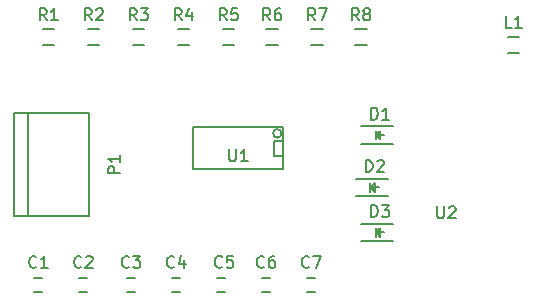
<source format=gto>
G04 #@! TF.FileFunction,Legend,Top*
%FSLAX46Y46*%
G04 Gerber Fmt 4.6, Leading zero omitted, Abs format (unit mm)*
G04 Created by KiCad (PCBNEW 4.0.0-rc1-stable) date 12/2/2015 11:11:47 PM*
%MOMM*%
G01*
G04 APERTURE LIST*
%ADD10C,0.100000*%
%ADD11C,0.150000*%
G04 APERTURE END LIST*
D10*
D11*
X128440000Y-124495000D02*
X129140000Y-124495000D01*
X129140000Y-125695000D02*
X128440000Y-125695000D01*
X132250000Y-124495000D02*
X132950000Y-124495000D01*
X132950000Y-125695000D02*
X132250000Y-125695000D01*
X136290000Y-124495000D02*
X136990000Y-124495000D01*
X136990000Y-125695000D02*
X136290000Y-125695000D01*
X140100000Y-124495000D02*
X140800000Y-124495000D01*
X140800000Y-125695000D02*
X140100000Y-125695000D01*
X143910000Y-124495000D02*
X144610000Y-124495000D01*
X144610000Y-125695000D02*
X143910000Y-125695000D01*
X147720000Y-124495000D02*
X148420000Y-124495000D01*
X148420000Y-125695000D02*
X147720000Y-125695000D01*
X151530000Y-124495000D02*
X152230000Y-124495000D01*
X152230000Y-125695000D02*
X151530000Y-125695000D01*
X156100980Y-113145000D02*
X158800980Y-113145000D01*
X156100980Y-111645000D02*
X158800980Y-111645000D01*
X157600980Y-112545000D02*
X157600980Y-112295000D01*
X157600980Y-112295000D02*
X157450980Y-112445000D01*
X157350980Y-112045000D02*
X157350980Y-112745000D01*
X157700980Y-112395000D02*
X158050980Y-112395000D01*
X157350980Y-112395000D02*
X157700980Y-112045000D01*
X157700980Y-112045000D02*
X157700980Y-112745000D01*
X157700980Y-112745000D02*
X157350980Y-112395000D01*
X155659020Y-117590000D02*
X158359020Y-117590000D01*
X155659020Y-116090000D02*
X158359020Y-116090000D01*
X157159020Y-116990000D02*
X157159020Y-116740000D01*
X157159020Y-116740000D02*
X157009020Y-116890000D01*
X156909020Y-116490000D02*
X156909020Y-117190000D01*
X157259020Y-116840000D02*
X157609020Y-116840000D01*
X156909020Y-116840000D02*
X157259020Y-116490000D01*
X157259020Y-116490000D02*
X157259020Y-117190000D01*
X157259020Y-117190000D02*
X156909020Y-116840000D01*
X156100980Y-121400000D02*
X158800980Y-121400000D01*
X156100980Y-119900000D02*
X158800980Y-119900000D01*
X157600980Y-120800000D02*
X157600980Y-120550000D01*
X157600980Y-120550000D02*
X157450980Y-120700000D01*
X157350980Y-120300000D02*
X157350980Y-121000000D01*
X157700980Y-120650000D02*
X158050980Y-120650000D01*
X157350980Y-120650000D02*
X157700980Y-120300000D01*
X157700980Y-120300000D02*
X157700980Y-121000000D01*
X157700980Y-121000000D02*
X157350980Y-120650000D01*
X169525000Y-105450000D02*
X168525000Y-105450000D01*
X168525000Y-104100000D02*
X169525000Y-104100000D01*
X126700000Y-110545000D02*
X126700000Y-119245000D01*
X133105000Y-110545000D02*
X133105000Y-119245000D01*
X133105000Y-119245000D02*
X126700000Y-119245000D01*
X127930000Y-119245000D02*
X127930000Y-110545000D01*
X126700000Y-110545000D02*
X133105000Y-110545000D01*
X130155000Y-104815000D02*
X129155000Y-104815000D01*
X129155000Y-103465000D02*
X130155000Y-103465000D01*
X133965000Y-104815000D02*
X132965000Y-104815000D01*
X132965000Y-103465000D02*
X133965000Y-103465000D01*
X137775000Y-104815000D02*
X136775000Y-104815000D01*
X136775000Y-103465000D02*
X137775000Y-103465000D01*
X141585000Y-104815000D02*
X140585000Y-104815000D01*
X140585000Y-103465000D02*
X141585000Y-103465000D01*
X145395000Y-104815000D02*
X144395000Y-104815000D01*
X144395000Y-103465000D02*
X145395000Y-103465000D01*
X149090000Y-104815000D02*
X148090000Y-104815000D01*
X148090000Y-103465000D02*
X149090000Y-103465000D01*
X152900000Y-104815000D02*
X151900000Y-104815000D01*
X151900000Y-103465000D02*
X152900000Y-103465000D01*
X156595000Y-104815000D02*
X155595000Y-104815000D01*
X155595000Y-103465000D02*
X156595000Y-103465000D01*
X141909800Y-115316000D02*
X149529800Y-115316000D01*
X149529800Y-111760000D02*
X141909800Y-111760000D01*
X141909800Y-115316000D02*
X141909800Y-111760000D01*
X149529800Y-111760000D02*
X149529800Y-115316000D01*
X149381010Y-112268000D02*
G75*
G03X149381010Y-112268000I-359210J0D01*
G01*
X149529800Y-114173000D02*
X148767800Y-114173000D01*
X148767800Y-114173000D02*
X148767800Y-112903000D01*
X148767800Y-112903000D02*
X149529800Y-112903000D01*
X128623334Y-123552143D02*
X128575715Y-123599762D01*
X128432858Y-123647381D01*
X128337620Y-123647381D01*
X128194762Y-123599762D01*
X128099524Y-123504524D01*
X128051905Y-123409286D01*
X128004286Y-123218810D01*
X128004286Y-123075952D01*
X128051905Y-122885476D01*
X128099524Y-122790238D01*
X128194762Y-122695000D01*
X128337620Y-122647381D01*
X128432858Y-122647381D01*
X128575715Y-122695000D01*
X128623334Y-122742619D01*
X129575715Y-123647381D02*
X129004286Y-123647381D01*
X129290000Y-123647381D02*
X129290000Y-122647381D01*
X129194762Y-122790238D01*
X129099524Y-122885476D01*
X129004286Y-122933095D01*
X132433334Y-123552143D02*
X132385715Y-123599762D01*
X132242858Y-123647381D01*
X132147620Y-123647381D01*
X132004762Y-123599762D01*
X131909524Y-123504524D01*
X131861905Y-123409286D01*
X131814286Y-123218810D01*
X131814286Y-123075952D01*
X131861905Y-122885476D01*
X131909524Y-122790238D01*
X132004762Y-122695000D01*
X132147620Y-122647381D01*
X132242858Y-122647381D01*
X132385715Y-122695000D01*
X132433334Y-122742619D01*
X132814286Y-122742619D02*
X132861905Y-122695000D01*
X132957143Y-122647381D01*
X133195239Y-122647381D01*
X133290477Y-122695000D01*
X133338096Y-122742619D01*
X133385715Y-122837857D01*
X133385715Y-122933095D01*
X133338096Y-123075952D01*
X132766667Y-123647381D01*
X133385715Y-123647381D01*
X136473334Y-123552143D02*
X136425715Y-123599762D01*
X136282858Y-123647381D01*
X136187620Y-123647381D01*
X136044762Y-123599762D01*
X135949524Y-123504524D01*
X135901905Y-123409286D01*
X135854286Y-123218810D01*
X135854286Y-123075952D01*
X135901905Y-122885476D01*
X135949524Y-122790238D01*
X136044762Y-122695000D01*
X136187620Y-122647381D01*
X136282858Y-122647381D01*
X136425715Y-122695000D01*
X136473334Y-122742619D01*
X136806667Y-122647381D02*
X137425715Y-122647381D01*
X137092381Y-123028333D01*
X137235239Y-123028333D01*
X137330477Y-123075952D01*
X137378096Y-123123571D01*
X137425715Y-123218810D01*
X137425715Y-123456905D01*
X137378096Y-123552143D01*
X137330477Y-123599762D01*
X137235239Y-123647381D01*
X136949524Y-123647381D01*
X136854286Y-123599762D01*
X136806667Y-123552143D01*
X140283334Y-123552143D02*
X140235715Y-123599762D01*
X140092858Y-123647381D01*
X139997620Y-123647381D01*
X139854762Y-123599762D01*
X139759524Y-123504524D01*
X139711905Y-123409286D01*
X139664286Y-123218810D01*
X139664286Y-123075952D01*
X139711905Y-122885476D01*
X139759524Y-122790238D01*
X139854762Y-122695000D01*
X139997620Y-122647381D01*
X140092858Y-122647381D01*
X140235715Y-122695000D01*
X140283334Y-122742619D01*
X141140477Y-122980714D02*
X141140477Y-123647381D01*
X140902381Y-122599762D02*
X140664286Y-123314048D01*
X141283334Y-123314048D01*
X144359334Y-123547143D02*
X144311715Y-123594762D01*
X144168858Y-123642381D01*
X144073620Y-123642381D01*
X143930762Y-123594762D01*
X143835524Y-123499524D01*
X143787905Y-123404286D01*
X143740286Y-123213810D01*
X143740286Y-123070952D01*
X143787905Y-122880476D01*
X143835524Y-122785238D01*
X143930762Y-122690000D01*
X144073620Y-122642381D01*
X144168858Y-122642381D01*
X144311715Y-122690000D01*
X144359334Y-122737619D01*
X145264096Y-122642381D02*
X144787905Y-122642381D01*
X144740286Y-123118571D01*
X144787905Y-123070952D01*
X144883143Y-123023333D01*
X145121239Y-123023333D01*
X145216477Y-123070952D01*
X145264096Y-123118571D01*
X145311715Y-123213810D01*
X145311715Y-123451905D01*
X145264096Y-123547143D01*
X145216477Y-123594762D01*
X145121239Y-123642381D01*
X144883143Y-123642381D01*
X144787905Y-123594762D01*
X144740286Y-123547143D01*
X147903334Y-123552143D02*
X147855715Y-123599762D01*
X147712858Y-123647381D01*
X147617620Y-123647381D01*
X147474762Y-123599762D01*
X147379524Y-123504524D01*
X147331905Y-123409286D01*
X147284286Y-123218810D01*
X147284286Y-123075952D01*
X147331905Y-122885476D01*
X147379524Y-122790238D01*
X147474762Y-122695000D01*
X147617620Y-122647381D01*
X147712858Y-122647381D01*
X147855715Y-122695000D01*
X147903334Y-122742619D01*
X148760477Y-122647381D02*
X148570000Y-122647381D01*
X148474762Y-122695000D01*
X148427143Y-122742619D01*
X148331905Y-122885476D01*
X148284286Y-123075952D01*
X148284286Y-123456905D01*
X148331905Y-123552143D01*
X148379524Y-123599762D01*
X148474762Y-123647381D01*
X148665239Y-123647381D01*
X148760477Y-123599762D01*
X148808096Y-123552143D01*
X148855715Y-123456905D01*
X148855715Y-123218810D01*
X148808096Y-123123571D01*
X148760477Y-123075952D01*
X148665239Y-123028333D01*
X148474762Y-123028333D01*
X148379524Y-123075952D01*
X148331905Y-123123571D01*
X148284286Y-123218810D01*
X151713334Y-123552143D02*
X151665715Y-123599762D01*
X151522858Y-123647381D01*
X151427620Y-123647381D01*
X151284762Y-123599762D01*
X151189524Y-123504524D01*
X151141905Y-123409286D01*
X151094286Y-123218810D01*
X151094286Y-123075952D01*
X151141905Y-122885476D01*
X151189524Y-122790238D01*
X151284762Y-122695000D01*
X151427620Y-122647381D01*
X151522858Y-122647381D01*
X151665715Y-122695000D01*
X151713334Y-122742619D01*
X152046667Y-122647381D02*
X152713334Y-122647381D01*
X152284762Y-123647381D01*
X156962885Y-111097381D02*
X156962885Y-110097381D01*
X157200980Y-110097381D01*
X157343838Y-110145000D01*
X157439076Y-110240238D01*
X157486695Y-110335476D01*
X157534314Y-110525952D01*
X157534314Y-110668810D01*
X157486695Y-110859286D01*
X157439076Y-110954524D01*
X157343838Y-111049762D01*
X157200980Y-111097381D01*
X156962885Y-111097381D01*
X158486695Y-111097381D02*
X157915266Y-111097381D01*
X158200980Y-111097381D02*
X158200980Y-110097381D01*
X158105742Y-110240238D01*
X158010504Y-110335476D01*
X157915266Y-110383095D01*
X156520925Y-115542381D02*
X156520925Y-114542381D01*
X156759020Y-114542381D01*
X156901878Y-114590000D01*
X156997116Y-114685238D01*
X157044735Y-114780476D01*
X157092354Y-114970952D01*
X157092354Y-115113810D01*
X157044735Y-115304286D01*
X156997116Y-115399524D01*
X156901878Y-115494762D01*
X156759020Y-115542381D01*
X156520925Y-115542381D01*
X157473306Y-114637619D02*
X157520925Y-114590000D01*
X157616163Y-114542381D01*
X157854259Y-114542381D01*
X157949497Y-114590000D01*
X157997116Y-114637619D01*
X158044735Y-114732857D01*
X158044735Y-114828095D01*
X157997116Y-114970952D01*
X157425687Y-115542381D01*
X158044735Y-115542381D01*
X156962885Y-119352381D02*
X156962885Y-118352381D01*
X157200980Y-118352381D01*
X157343838Y-118400000D01*
X157439076Y-118495238D01*
X157486695Y-118590476D01*
X157534314Y-118780952D01*
X157534314Y-118923810D01*
X157486695Y-119114286D01*
X157439076Y-119209524D01*
X157343838Y-119304762D01*
X157200980Y-119352381D01*
X156962885Y-119352381D01*
X157867647Y-118352381D02*
X158486695Y-118352381D01*
X158153361Y-118733333D01*
X158296219Y-118733333D01*
X158391457Y-118780952D01*
X158439076Y-118828571D01*
X158486695Y-118923810D01*
X158486695Y-119161905D01*
X158439076Y-119257143D01*
X158391457Y-119304762D01*
X158296219Y-119352381D01*
X158010504Y-119352381D01*
X157915266Y-119304762D01*
X157867647Y-119257143D01*
X168858334Y-103327381D02*
X168382143Y-103327381D01*
X168382143Y-102327381D01*
X169715477Y-103327381D02*
X169144048Y-103327381D01*
X169429762Y-103327381D02*
X169429762Y-102327381D01*
X169334524Y-102470238D01*
X169239286Y-102565476D01*
X169144048Y-102613095D01*
X135707381Y-115633995D02*
X134707381Y-115633995D01*
X134707381Y-115253042D01*
X134755000Y-115157804D01*
X134802619Y-115110185D01*
X134897857Y-115062566D01*
X135040714Y-115062566D01*
X135135952Y-115110185D01*
X135183571Y-115157804D01*
X135231190Y-115253042D01*
X135231190Y-115633995D01*
X135707381Y-114110185D02*
X135707381Y-114681614D01*
X135707381Y-114395900D02*
X134707381Y-114395900D01*
X134850238Y-114491138D01*
X134945476Y-114586376D01*
X134993095Y-114681614D01*
X129488334Y-102692381D02*
X129155000Y-102216190D01*
X128916905Y-102692381D02*
X128916905Y-101692381D01*
X129297858Y-101692381D01*
X129393096Y-101740000D01*
X129440715Y-101787619D01*
X129488334Y-101882857D01*
X129488334Y-102025714D01*
X129440715Y-102120952D01*
X129393096Y-102168571D01*
X129297858Y-102216190D01*
X128916905Y-102216190D01*
X130440715Y-102692381D02*
X129869286Y-102692381D01*
X130155000Y-102692381D02*
X130155000Y-101692381D01*
X130059762Y-101835238D01*
X129964524Y-101930476D01*
X129869286Y-101978095D01*
X133298334Y-102692381D02*
X132965000Y-102216190D01*
X132726905Y-102692381D02*
X132726905Y-101692381D01*
X133107858Y-101692381D01*
X133203096Y-101740000D01*
X133250715Y-101787619D01*
X133298334Y-101882857D01*
X133298334Y-102025714D01*
X133250715Y-102120952D01*
X133203096Y-102168571D01*
X133107858Y-102216190D01*
X132726905Y-102216190D01*
X133679286Y-101787619D02*
X133726905Y-101740000D01*
X133822143Y-101692381D01*
X134060239Y-101692381D01*
X134155477Y-101740000D01*
X134203096Y-101787619D01*
X134250715Y-101882857D01*
X134250715Y-101978095D01*
X134203096Y-102120952D01*
X133631667Y-102692381D01*
X134250715Y-102692381D01*
X137108334Y-102692381D02*
X136775000Y-102216190D01*
X136536905Y-102692381D02*
X136536905Y-101692381D01*
X136917858Y-101692381D01*
X137013096Y-101740000D01*
X137060715Y-101787619D01*
X137108334Y-101882857D01*
X137108334Y-102025714D01*
X137060715Y-102120952D01*
X137013096Y-102168571D01*
X136917858Y-102216190D01*
X136536905Y-102216190D01*
X137441667Y-101692381D02*
X138060715Y-101692381D01*
X137727381Y-102073333D01*
X137870239Y-102073333D01*
X137965477Y-102120952D01*
X138013096Y-102168571D01*
X138060715Y-102263810D01*
X138060715Y-102501905D01*
X138013096Y-102597143D01*
X137965477Y-102644762D01*
X137870239Y-102692381D01*
X137584524Y-102692381D01*
X137489286Y-102644762D01*
X137441667Y-102597143D01*
X140918334Y-102692381D02*
X140585000Y-102216190D01*
X140346905Y-102692381D02*
X140346905Y-101692381D01*
X140727858Y-101692381D01*
X140823096Y-101740000D01*
X140870715Y-101787619D01*
X140918334Y-101882857D01*
X140918334Y-102025714D01*
X140870715Y-102120952D01*
X140823096Y-102168571D01*
X140727858Y-102216190D01*
X140346905Y-102216190D01*
X141775477Y-102025714D02*
X141775477Y-102692381D01*
X141537381Y-101644762D02*
X141299286Y-102359048D01*
X141918334Y-102359048D01*
X144728334Y-102692381D02*
X144395000Y-102216190D01*
X144156905Y-102692381D02*
X144156905Y-101692381D01*
X144537858Y-101692381D01*
X144633096Y-101740000D01*
X144680715Y-101787619D01*
X144728334Y-101882857D01*
X144728334Y-102025714D01*
X144680715Y-102120952D01*
X144633096Y-102168571D01*
X144537858Y-102216190D01*
X144156905Y-102216190D01*
X145633096Y-101692381D02*
X145156905Y-101692381D01*
X145109286Y-102168571D01*
X145156905Y-102120952D01*
X145252143Y-102073333D01*
X145490239Y-102073333D01*
X145585477Y-102120952D01*
X145633096Y-102168571D01*
X145680715Y-102263810D01*
X145680715Y-102501905D01*
X145633096Y-102597143D01*
X145585477Y-102644762D01*
X145490239Y-102692381D01*
X145252143Y-102692381D01*
X145156905Y-102644762D01*
X145109286Y-102597143D01*
X148423334Y-102692381D02*
X148090000Y-102216190D01*
X147851905Y-102692381D02*
X147851905Y-101692381D01*
X148232858Y-101692381D01*
X148328096Y-101740000D01*
X148375715Y-101787619D01*
X148423334Y-101882857D01*
X148423334Y-102025714D01*
X148375715Y-102120952D01*
X148328096Y-102168571D01*
X148232858Y-102216190D01*
X147851905Y-102216190D01*
X149280477Y-101692381D02*
X149090000Y-101692381D01*
X148994762Y-101740000D01*
X148947143Y-101787619D01*
X148851905Y-101930476D01*
X148804286Y-102120952D01*
X148804286Y-102501905D01*
X148851905Y-102597143D01*
X148899524Y-102644762D01*
X148994762Y-102692381D01*
X149185239Y-102692381D01*
X149280477Y-102644762D01*
X149328096Y-102597143D01*
X149375715Y-102501905D01*
X149375715Y-102263810D01*
X149328096Y-102168571D01*
X149280477Y-102120952D01*
X149185239Y-102073333D01*
X148994762Y-102073333D01*
X148899524Y-102120952D01*
X148851905Y-102168571D01*
X148804286Y-102263810D01*
X152233334Y-102692381D02*
X151900000Y-102216190D01*
X151661905Y-102692381D02*
X151661905Y-101692381D01*
X152042858Y-101692381D01*
X152138096Y-101740000D01*
X152185715Y-101787619D01*
X152233334Y-101882857D01*
X152233334Y-102025714D01*
X152185715Y-102120952D01*
X152138096Y-102168571D01*
X152042858Y-102216190D01*
X151661905Y-102216190D01*
X152566667Y-101692381D02*
X153233334Y-101692381D01*
X152804762Y-102692381D01*
X155928334Y-102692381D02*
X155595000Y-102216190D01*
X155356905Y-102692381D02*
X155356905Y-101692381D01*
X155737858Y-101692381D01*
X155833096Y-101740000D01*
X155880715Y-101787619D01*
X155928334Y-101882857D01*
X155928334Y-102025714D01*
X155880715Y-102120952D01*
X155833096Y-102168571D01*
X155737858Y-102216190D01*
X155356905Y-102216190D01*
X156499762Y-102120952D02*
X156404524Y-102073333D01*
X156356905Y-102025714D01*
X156309286Y-101930476D01*
X156309286Y-101882857D01*
X156356905Y-101787619D01*
X156404524Y-101740000D01*
X156499762Y-101692381D01*
X156690239Y-101692381D01*
X156785477Y-101740000D01*
X156833096Y-101787619D01*
X156880715Y-101882857D01*
X156880715Y-101930476D01*
X156833096Y-102025714D01*
X156785477Y-102073333D01*
X156690239Y-102120952D01*
X156499762Y-102120952D01*
X156404524Y-102168571D01*
X156356905Y-102216190D01*
X156309286Y-102311429D01*
X156309286Y-102501905D01*
X156356905Y-102597143D01*
X156404524Y-102644762D01*
X156499762Y-102692381D01*
X156690239Y-102692381D01*
X156785477Y-102644762D01*
X156833096Y-102597143D01*
X156880715Y-102501905D01*
X156880715Y-102311429D01*
X156833096Y-102216190D01*
X156785477Y-102168571D01*
X156690239Y-102120952D01*
X144957895Y-113625381D02*
X144957895Y-114434905D01*
X145005514Y-114530143D01*
X145053133Y-114577762D01*
X145148371Y-114625381D01*
X145338848Y-114625381D01*
X145434086Y-114577762D01*
X145481705Y-114530143D01*
X145529324Y-114434905D01*
X145529324Y-113625381D01*
X146529324Y-114625381D02*
X145957895Y-114625381D01*
X146243609Y-114625381D02*
X146243609Y-113625381D01*
X146148371Y-113768238D01*
X146053133Y-113863476D01*
X145957895Y-113911095D01*
X162560095Y-118451381D02*
X162560095Y-119260905D01*
X162607714Y-119356143D01*
X162655333Y-119403762D01*
X162750571Y-119451381D01*
X162941048Y-119451381D01*
X163036286Y-119403762D01*
X163083905Y-119356143D01*
X163131524Y-119260905D01*
X163131524Y-118451381D01*
X163560095Y-118546619D02*
X163607714Y-118499000D01*
X163702952Y-118451381D01*
X163941048Y-118451381D01*
X164036286Y-118499000D01*
X164083905Y-118546619D01*
X164131524Y-118641857D01*
X164131524Y-118737095D01*
X164083905Y-118879952D01*
X163512476Y-119451381D01*
X164131524Y-119451381D01*
M02*

</source>
